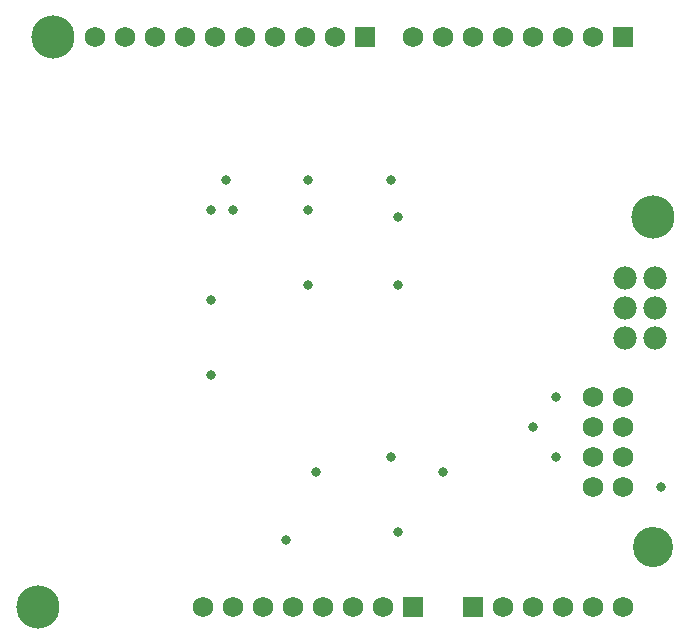
<source format=gbs>
G04*
G04 #@! TF.GenerationSoftware,Altium Limited,Altium Designer,26.2.0 (7)*
G04*
G04 Layer_Color=16711935*
%FSLAX44Y44*%
%MOMM*%
G71*
G04*
G04 #@! TF.SameCoordinates,07046FA8-F61C-4276-8BF4-9B4F64F1D9A8*
G04*
G04*
G04 #@! TF.FilePolarity,Negative*
G04*
G01*
G75*
%ADD22C,1.7272*%
%ADD23R,1.7272X1.7272*%
%ADD24C,3.6572*%
%ADD25C,1.9812*%
%ADD26C,0.8128*%
%ADD38C,3.4032*%
D22*
X609600Y203200D02*
D03*
X584200Y508000D02*
D03*
X609600Y127000D02*
D03*
X635000D02*
D03*
X355600Y25400D02*
D03*
X609600Y177800D02*
D03*
Y152400D02*
D03*
X635000Y203200D02*
D03*
Y177800D02*
D03*
Y152400D02*
D03*
X533400Y25400D02*
D03*
X558800D02*
D03*
X584200D02*
D03*
X609600D02*
D03*
X635000D02*
D03*
X391160Y508000D02*
D03*
X365760D02*
D03*
X340360D02*
D03*
X314960D02*
D03*
X289560D02*
D03*
X264160D02*
D03*
X238760D02*
D03*
X213360D02*
D03*
X187960D02*
D03*
X558800D02*
D03*
X533400D02*
D03*
X508000D02*
D03*
X482600D02*
D03*
X457200D02*
D03*
X609600D02*
D03*
X381000Y25400D02*
D03*
X330200D02*
D03*
X304800D02*
D03*
X279400D02*
D03*
X431800D02*
D03*
X406400D02*
D03*
D23*
X635000Y508000D02*
D03*
X508000Y25400D02*
D03*
X416560Y508000D02*
D03*
X457200Y25400D02*
D03*
D24*
X660400Y355600D02*
D03*
X139700Y25400D02*
D03*
X152400Y508000D02*
D03*
D25*
X636400Y304300D02*
D03*
X661800D02*
D03*
X636400Y278900D02*
D03*
X661800D02*
D03*
X636400Y253500D02*
D03*
X661800D02*
D03*
D26*
X666750Y127000D02*
D03*
X577850Y152400D02*
D03*
Y203200D02*
D03*
X558800Y177800D02*
D03*
X349250Y82550D02*
D03*
X444500Y88900D02*
D03*
Y355600D02*
D03*
X438150Y387350D02*
D03*
X368300D02*
D03*
Y361950D02*
D03*
X298450Y387350D02*
D03*
X285750Y361950D02*
D03*
X304800D02*
D03*
X444500Y298450D02*
D03*
X368300D02*
D03*
X438150Y152400D02*
D03*
X374650Y139700D02*
D03*
X285750Y285750D02*
D03*
Y222250D02*
D03*
X482600Y139700D02*
D03*
D38*
X660400Y76200D02*
D03*
M02*

</source>
